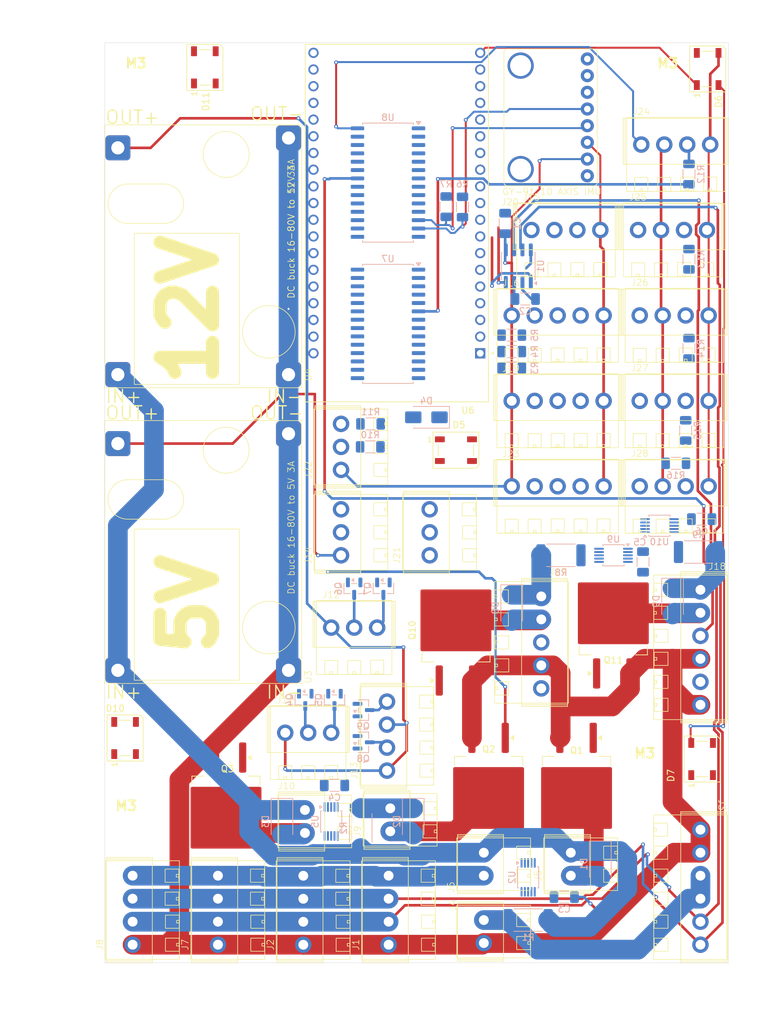
<source format=kicad_pcb>
(kicad_pcb (version 20241229) (generator "pcbnew") (generator_version "9.0")
  (layers (0 "F.Cu" signal) (2 "B.Cu" signal) (13 "F.Paste" user) (15 "B.Paste" user) (5 "F.SilkS" user "F.Silkscreen") (7 "B.SilkS" user "B.Silkscreen") (1 "F.Mask" user) (3 "B.Mask" user) (25 "Edge.Cuts" user))
  (net 0 "")
  (net 1 "GND")
  (net 2 "+3.3V")
  (net 3 "+5V")
  (net 4 "VBUS")
  (net 5 "Net-(D1-A)")
  (net 6 "Net-(D2-A)")
  (net 7 "Net-(D2-K)")
  (net 8 "Net-(D3-A)")
  (net 9 "Net-(D4-K)")
  (net 10 "Net-(D5-DOUT)")
  (net 11 "RGBLED_DIN")
  (net 12 "Net-(D6-DOUT)")
  (net 13 "Net-(D10-DIN)")
  (net 14 "Net-(D8-A)")
  (net 15 "Net-(D8-K)")
  (net 16 "Net-(D9-A)")
  (net 17 "Net-(D9-K)")
  (net 18 "Net-(D10-DOUT)")
  (net 20 "CANH")
  (net 21 "VBUS_CAN_FUSED")
  (net 22 "CANL")
  (net 23 "Net-(J3-Pin_3)")
  (net 24 "Net-(J11-Pin_2)")
  (net 25 "+12V")
  (net 26 "Net-(J11-Pin_3)")
  (net 27 "Net-(J12-Pin_3)")
  (net 28 "Net-(J12-Pin_2)")
  (net 29 "Net-(J13-Pin_2)")
  (net 30 "Net-(J13-Pin_4)")
  (net 31 "THROTTLE_INPUT")
  (net 32 "PAS_B")
  (net 33 "PAS_A")
  (net 34 "POT_SEATHEATER_A")
  (net 35 "POT_SEATDHEATER_X")
  (net 36 "POT_SEATHEATER_B")
  (net 37 "SEAT_INPUT")
  (net 39 "BRAKE_RIGHT_INPUT")
  (net 40 "BRAKE_LEFT_INPUT")
  (net 41 "POT_HANDHEATER_X")
  (net 42 "POT_HANDHEATER_A")
  (net 43 "POT_HANDHEATER_B")
  (net 44 "SDA")
  (net 48 "SCL")
  (net 50 "REVERSE_INPUT")
  (net 51 "FORWARD_INPUT")
  (net 52 "BROUILLARD_INPUT")
  (net 53 "Net-(J22-Pin_2)")
  (net 54 "POT_SPEED_X")
  (net 55 "POT_SPEED_A")
  (net 56 "POT_SPEED_B")
  (net 57 "Net-(J24-Pin_3)")
  (net 58 "MAP_INPUT")
  (net 59 "Net-(J25-Pin_3)")
  (net 60 "TRUNK_INPUT")
  (net 61 "DEFROST_INPUT")
  (net 62 "Net-(J26-Pin_3)")
  (net 63 "CABLIGHT_INPUT")
  (net 64 "Net-(J27-Pin_3)")
  (net 65 "Net-(J28-Pin_3)")
  (net 66 "WARNING_INPUT")
  (net 67 "AUXAUDIO_MOSFET_GATE")
  (net 68 "DEFROSTER_MOSFET_GATE")
  (net 69 "AUXUSB_MOSFET_GATE")
  (net 70 "BLINKER_LEFT_MOSFET_GATE")
  (net 71 "DRL_LEFT_MOSFET_GATE")
  (net 72 "BLINKER_RIGHT_MOSFET_GATE")
  (net 73 "DRL_RIGHT_MOSFET_GATE")
  (net 74 "INTERRIOR_LIGHT_MOSFET_GATE")
  (net 75 "LATCH_TRUNK_MOSFET_GATE")
  (net 76 "SEATHEATER_MOSFET_GATE")
  (net 77 "HANDHEATER_MOSFET_GATE")
  (net 78 "Net-(U6-IO15)")
  (net 79 "Net-(U6-IO2)")
  (net 80 "Net-(U6-IO0)")
  (net 81 "BROUILLARD_LED")
  (net 82 "MAP_LED")
  (net 83 "TRUNK_LED")
  (net 84 "DEFROST_LED")
  (net 85 "CABLIGHT_LED")
  (net 86 "WARNING_LED")
  (net 87 "CAN_S")
  (net 88 "CAN_TX")
  (net 89 "CAN_RX")
  (net 90 "POWERINPUT_ALERT")
  (net 91 "Defroster_ALERT")
  (net 96 "InterruptEXTGPIO")
  (net 111 "HANDHEATER_ALERT")
  (net 115 "SEATHEATER_ALERT")
  (footprint "velion_mainboard:15EDG-3P" (layer "F.Cu") (at 62 131.5)
    (property "Reference" "J12")
    (property "Value" "Conn_01x03")
  )
  (footprint "velion_mainboard:15EDG-5P" (layer "F.Cu") (at 89.5 84)
    (property "Reference" "J16")
    (property "Value" "Conn_01x05")
  )
  (footprint "velion_mainboard:15EDG-3P" (layer "F.Cu") (at 55 147.5)
    (property "Reference" "J11")
    (property "Value" "Conn_01x03")
  )
  (footprint "MountingHole:MountingHole_3.2mm_M3" (layer "F.Cu") (at 110 155 90)
    (property "Reference" "REF**" (hide yes))
    (property "Value" "MountingHole_3.2mm_M3" (hide yes))
  )
  (footprint "LED_SMD:LED_WS2812B_PLCC4_5.0x5.0mm_P3.2mm" (layer "F.Cu") (at 81 104.5)
    (property "Reference" "D5")
    (property "Value" "WS2812B")
  )
  (footprint "velion_mainboard:15EDG-4P" (layer "F.Cu") (at 57.75 179.7625 90)
    (property "Reference" "J2")
    (property "Value" "Conn_01x04" (hide yes))
  )
  (footprint "LED_SMD:LED_WS2812B_PLCC4_5.0x5.0mm_P3.2mm" (layer "F.Cu") (at 30.6 148.3 90)
    (property "Reference" "D10")
    (property "Value" "WS2812B")
  )
  (footprint "velion_mainboard:15EDG-6P" (layer "F.Cu") (at 118.25 162.25 -90)
    (property "Reference" "J3")
    (property "Value" "Conn_01x06")
  )
  (footprint "velion_mainboard:NMOS_80A" (layer "F.Cu") (at 81 131.9 90)
    (property "Reference" "Q10")
    (property "Value" "NMOS_80A")
  )
  (footprint "MountingHole:MountingHole_3.2mm_M3" (layer "F.Cu") (at 35 50 90)
    (property "Reference" "REF**" (hide yes))
    (property "Value" "MountingHole_3.2mm_M3" (hide yes))
  )
  (footprint "velion_mainboard:15EDG-4P" (layer "F.Cu") (at 108.75 71)
    (property "Reference" "J25")
    (property "Value" "Conn_01x04")
  )
  (footprint "velion_mainboard:15EDG-3P" (layer "F.Cu") (at 63.5 107.5 90)
    (property "Reference" "J22")
    (property "Value" "Conn_01x03")
  )
  (footprint "velion_mainboard:15EDG-4P" (layer "F.Cu") (at 109.2375 58)
    (property "Reference" "J24")
    (property "Value" "Conn_01x04")
  )
  (footprint "velion_mainboard:15EDG-2P" (layer "F.Cu") (at 58 162.75 90)
    (property "Reference" "J10")
    (property "Value" "Conn_01x02" (hide yes))
  )
  (footprint "LED_SMD:LED_WS2812B_PLCC4_5.0x5.0mm_P3.2mm" (layer "F.Cu") (at 119.35 46.5 90)
    (property "Reference" "D6")
    (property "Value" "WS2812B")
  )
  (footprint "velion_mainboard:15EDG-5P" (layer "F.Cu") (at 94 126.75 -90)
    (property "Reference" "J17")
    (property "Value" "Conn_01x05" (hide yes))
  )
  (footprint "velion_mainboard:15EDG-5P" (layer "F.Cu") (at 89.5 110)
    (property "Reference" "J23")
    (property "Value" "Conn_01x05")
  )
  (footprint "velion_mainboard:NMOS_80A" (layer "F.Cu") (at 104.975 130.825 90)
    (property "Reference" "Q11")
    (property "Value" "NMOS_80A")
  )
  (footprint "velion_mainboard:15EDG-4P" (layer "F.Cu") (at 44.75 179.75 90)
    (property "Reference" "J7")
    (property "Value" "Conn_01x04" (hide yes))
  )
  (footprint "velion_mainboard:15EDG-2P" (layer "F.Cu") (at 71 162.5 90)
    (property "Reference" "J9")
    (property "Value" "Conn_01x02" (hide yes))
  )
  (footprint "velion_mainboard:15EDG-4P" (layer "F.Cu") (at 70.5 153.2625 90)
    (property "Reference" "J13")
    (property "Value" "Conn_01x04")
  )
  (footprint "velion_mainboard:NMOS_80A" (layer "F.Cu") (at 45.975 158.925 -90)
    (property "Reference" "Q3")
    (property "Value" "NMOS_80A")
  )
  (footprint "velion_mainboard:15EDG-2P" (layer "F.Cu") (at 98.5 169.25 90)
    (property "Reference" "J5")
    (property "Value" "Conn_01x02" (hide yes))
  )
  (footprint "MountingHole:MountingHole_3.2mm_M3" (layer "F.Cu") (at 110 50 90)
    (property "Reference" "REF**" (hide yes))
    (property "Value" "MountingHole_3.2mm_M3" (hide yes))
  )
  (footprint "velion_mainboard:15EDG-4P" (layer "F.Cu") (at 92.5 71)
    (property "Reference" "J15")
    (property "Value" "Conn_01x04")
  )
  (footprint "velion_mainboard:NMOS_80A" (layer "F.Cu") (at 85.975 155.925 -90)
    (property "Reference" "Q2")
    (property "Value" "NMOS_80A")
  )
  (footprint "LED_SMD:LED_WS2812B_PLCC4_5.0x5.0mm_P3.2mm" (layer "F.Cu") (at 118.5 151.5 90)
    (property "Reference" "D7")
    (property "Value" "WS2812B")
  )
  (footprint "velion_mainboard:15EDG-4P" (layer "F.Cu") (at 109 97)
    (property "Reference" "J27")
    (property "Value" "Conn_01x04")
  )
  (footprint "velion_mainboard:15EDG-6P" (layer "F.Cu") (at 118.25 125.75 -90)
    (property "Reference" "J18")
    (property "Value" "Conn_01x06" (hide yes))
  )
  (footprint "velion_mainboard:15EDG-5P" (layer "F.Cu") (at 89.5 97)
    (property "Reference" "J19")
    (property "Value" "Conn_01x05")
  )
  (footprint "velion_mainboard:15EDG-4P" (layer "F.Cu") (at 31.75 179.75 90)
    (property "Reference" "J8")
    (property "Value" "Conn_01x04" (hide yes))
  )
  (footprint "velion_mainboard:15EDG-4P" (layer "F.Cu") (at 70.75 179.75 90)
    (property "Reference" "J1")
    (property "Value" "Conn_01x04" (hide yes))
  )
  (footprint "velion_mainboard:15EDG-4P" (layer "F.Cu") (at 109 110)
    (property "Reference" "J28")
    (property "Value" "Conn_01x04")
  )
  (footprint "LED_SMD:LED_WS2812B_PLCC4_5.0x5.0mm_P3.2mm" (layer "F.Cu") (at 42.75 46.25 90)
    (property "Reference" "D11")
    (property "Value" "WS2812B")
  )
  (footprint "velion_mainboard:GY-91" (layer "F.Cu") (at 100 62.75 90)
    (property "Reference" "J20")
    (property "Value" "Conn_01x08")
  )
  (footprint "velion_mainboard:MODULE_ESP32-DEVKITC-32D" (layer "F.Cu") (at 72 70 180)
    (property "Reference" "U6")
    (property "Value" "ESP32-DEVKITC-32D")
  )
  (footprint "velion_mainboard:15EDG-2P" (layer "F.Cu") (at 85.25 169.25 90)
    (property "Reference" "J6")
    (property "Value" "Conn_01x02" (hide yes))
  )
  (footprint "velion_mainboard:15EDG-3P" (layer "F.Cu") (at 63.5 120.5 90)
    (property "Reference" "J14")
    (property "Value" "Conn_01x03")
  )
  (footprint "velion_mainboard:BUCK12V" (layer "F.Cu") (at 42.5 75 90)
    (property "Reference" "U4")
    (property "Value" "~")
  )
  (footprint "velion_mainboard:BUCK5V" (layer "F.Cu") (at 42.5 120 90)
    (property "Reference" "U3")
    (property "Value" "~")
  )
  (footprint "MountingHole:MountingHole_3.2mm_M3" (layer "F.Cu") (at 35 155 90)
    (property "Reference" "REF**" (hide yes))
    (property "Value" "MountingHole_3.2mm_M3" (hide yes))
  )
  (footprint "velion_mainboard:15EDG-4P" (layer "F.Cu") (at 109 84)
    (property "Reference" "J26")
    (property "Value" "Conn_01x04")
  )
  (footprint "velion_mainboard:15EDG-3P" (layer "F.Cu") (at 77 120.5 90)
    (property "Reference" "J21")
    (property "Value" "Conn_01x03")
  )
  (footprint "velion_mainboard:15EDG-2P" (layer "F.Cu") (at 85.25 179.5 90)
    (property "Reference" "J4")
    (property "Value" "Conn_01x02" (hide yes))
  )
  (footprint "velion_mainboard:NMOS_80A" (layer "F.Cu") (at 99.375 155.925 -90)
    (property "Reference" "Q1")
    (property "Value" "NMOS_80A")
  )
  (footprint "Package_TO_SOT_SMD:SOT-23" (layer "B.Cu") (at 62.5 142.5 -90)
    (property "Reference" "Q5")
    (property "Value" "NMOS")
  )
  (footprint "Resistor_SMD:R_1206_3216Metric_Pad1.30x1.75mm_HandSolder" (layer "B.Cu") (at 82 67.5 -90)
    (property "Reference" "R6")
    (property "Value" "4k7")
  )
  (footprint "Resistor_SMD:R_1206_3216Metric_Pad1.30x1.75mm_HandSolder" (layer "B.Cu") (at 114.5 106.5)
    (property "Reference" "R16")
    (property "Value" "330 R")
  )
  (footprint "Resistor_SMD:R_1206_3216Metric_Pad1.30x1.75mm_HandSolder" (layer "B.Cu") (at 116.5 62.5 90)
    (property "Reference" "R12")
    (property "Value" "330 R")
  )
  (footprint "Diode_SMD:D_SMA" (layer "B.Cu") (at 74.5 161 -90)
    (property "Reference" "D2")
    (property "Value" "US1M")
  )
  (footprint "Diode_SMD:D_SMA" (layer "B.Cu") (at 54.5 161 -90)
    (property "Reference" "D3")
    (property "Value" "US1M")
  )
  (footprint "Diode_SMD:D_SMA" (layer "B.Cu") (at 89.5 128.5 -90)
    (property "Reference" "D8")
    (property "Value" "US1M")
  )
  (footprint "Diode_SMD:D_SMA" (layer "B.Cu") (at 103 167.5 -90)
    (property "Reference" "D1")
    (property "Value" "US1M")
  )
  (footprint "Resistor_SMD:R_2512_6332Metric_Pad1.40x3.35mm_HandSolder" (layer "B.Cu") (at 117.95 120 180)
    (property "Reference" "R9")
    (property "Value" "0.001 R")
  )
  (footprint "Resistor_SMD:R_1206_3216Metric_Pad1.30x1.75mm_HandSolder" (layer "B.Cu") (at 89.5 87 180)
    (property "Reference" "R5")
    (property "Value" "100R")
  )
  (footprint "Resistor_SMD:R_1206_3216Metric_Pad1.30x1.75mm_HandSolder" (layer "B.Cu") (at 116.5 89 90)
    (property "Reference" "R14")
    (property "Value" "330 R")
  )
  (footprint "Package_TO_SOT_SMD:SOT-23" (layer "B.Cu") (at 66.9375 148.95)
    (property "Reference" "Q8")
    (property "Value" "NMOS")
  )
  (footprint "Capacitor_SMD:C_1206_3216Metric_Pad1.33x1.80mm_HandSolder" (layer "B.Cu") (at 91.5625 81.5)
    (property "Reference" "C2")
    (property "Value" "100nF")
  )
  (footprint "Package_SO:VSSOP-10_3x3mm_P0.5mm" (layer "B.Cu") (at 62 161 -90)
    (property "Reference" "U5")
    (property "Value" "INA228")
  )
  (footprint "Capacitor_SMD:C_1206_3216Metric_Pad1.33x1.80mm_HandSolder" (layer "B.Cu") (at 62.5 155.5)
    (property "Reference" "C4")
    (property "Value" "100nF")
  )
  (footprint "Diode_SMD:D_SMA" (layer "B.Cu") (at 114 127.5 -90)
    (property "Reference" "D9")
    (property "Value" "US1M")
  )
  (footprint "Package_TO_SOT_SMD:SOT-23" (layer "B.Cu") (at 65.5 125.5625 -90)
    (property "Reference" "Q6")
    (property "Value" "NMOS")
  )
  (footprint "Resistor_SMD:R_2512_6332Metric_Pad1.40x3.35mm_HandSolder" (layer "B.Cu") (at 66.5 162 -90)
    (property "Reference" "R2")
    (property "Value" "0.001 R")
  )
  (footprint "Resistor_SMD:R_1206_3216Metric_Pad1.30x1.75mm_HandSolder" (layer "B.Cu") (at 116.5 75.45 90)
    (property "Reference" "R13")
    (property "Value" "330 R")
  )
  (footprint "Capacitor_SMD:C_1206_3216Metric_Pad1.33x1.80mm_HandSolder" (layer "B.Cu") (at 88.5 70 90)
    (property "Reference" "C1")
    (property "Value" "100nF")
  )
  (footprint "Resistor_SMD:R_1206_3216Metric_Pad1.30x1.75mm_HandSolder" (layer "B.Cu") (at 89.5 92 180)
    (property "Reference" "R3")
    (property "Value" "100R")
  )
  (footprint "Resistor_SMD:R_1206_3216Metric_Pad1.30x1.75mm_HandSolder" (layer "B.Cu") (at 116 101.5 90)
    (property "Reference" "R15")
    (property "Value" "330 R")
  )
  (footprint "Package_SO:SOIC-28W_7.5x17.9mm_P1.27mm" (layer "B.Cu") (at 70.65 63.785 180)
    (property "Reference" "U8")
    (property "Value" "MCP23017_SO")
  )
  (footprint "Resistor_SMD:R_1206_3216Metric_Pad1.30x1.75mm_HandSolder" (layer "B.Cu") (at 89.5 89.5 180)
    (property "Reference" "R4")
    (property "Value" "100R")
  )
  (footprint "Package_SO:SOIC-28W_7.5x17.9mm_P1.27mm" (layer "B.Cu") (at 70.65 85.285 180)
    (property "Reference" "U7")
    (property "Value" "MCP23017_SO")
  )
  (footprint "Capacitor_SMD:C_1206_3216Metric_Pad1.33x1.80mm_HandSolder" (layer "B.Cu") (at 118.4375 115)
    (property "Reference" "C6")
    (property "Value" "100nF")
  )
  (footprint "Package_TO_SOT_SMD:SOT-23" (layer "B.Cu") (at 58.05 142.5 -90)
    (property "Reference" "Q4")
    (property "Value" "NMOS")
  )
  (footprint "Package_SO:VSSOP-10_3x3mm_P0.5mm" (layer "B.Cu") (at 105 120.5 180)
    (property "Reference" "U9")
    (property "Value" "INA228")
  )
  (footprint "Capacitor_SMD:C_1206_3216Metric_Pad1.33x1.80mm_HandSolder" (layer "B.Cu") (at 97.5 172.5)
    (property "Reference" "C3")
    (property "Value" "100nF")
  )
  (footprint "Diode_SMD:D_SMA" (layer "B.Cu") (at 76.5 99.5 180)
    (property "Reference" "D4")
    (property "Value" "US1M")
  )
  (footprint "Package_SO:VSSOP-10_3x3mm_P0.5mm" (layer "B.Cu") (at 92 169.5 -90)
    (property "Reference" "U2")
    (property "Value" "INA228")
  )
  (footprint "Package_TO_SOT_SMD:SOT-23" (layer "B.Cu") (at 69.95 125.5625 -90)
    (property "Reference" "Q7")
    (property "Value" "NMOS")
  )
  (footprint "Resistor_SMD:R_1206_3216Metric_Pad1.30x1.75mm_HandSolder" (layer "B.Cu") (at 67.95 104 180)
    (property "Reference" "R10")
    (property "Value" "330 R")
  )
  (footprint "Capacitor_SMD:C_1206_3216Metric_Pad1.33x1.80mm_HandSolder" (layer "B.Cu") (at 109.5 121.5 -90)
    (property "Reference" "C5")
    (property "Value" "100nF")
  )
  (footprint "Resistor_SMD:R_1206_3216Metric_Pad1.30x1.75mm_HandSolder" (layer "B.Cu") (at 68 100.5 180)
    (property "Reference" "R11")
    (property "Value" "10 K")
  )
  (footprint "Package_TO_SOT_SMD:SOT-23" (layer "B.Cu") (at 66.9375 144.05)
    (property "Reference" "Q9")
    (property "Value" "NMOS")
  )
  (footprint "Resistor_SMD:R_1206_3216Metric_Pad1.30x1.75mm_HandSolder" (layer "B.Cu") (at 79.5 67.45 -90)
    (property "Reference" "R7")
    (property "Value" "4k7")
  )
  (footprint "Package_SO:VSSOP-10_3x3mm_P0.5mm" (layer "B.Cu") (at 112 116)
    (property "Reference" "U10")
    (property "Value" "INA228")
  )
  (footprint "Resistor_SMD:R_2512_6332Metric_Pad1.40x3.35mm_HandSolder" (layer "B.Cu") (at 92 176)
    (property "Reference" "R1")
    (property "Value" "0.001 R")
  )
  (footprint "Package_SO:SOIC-8_3.9x4.9mm_P1.27mm" (layer "B.Cu") (at 90.5 76.5 90)
    (property "Reference" "U1")
    (property "Value" "TJA1051T-3")
  )
  (footprint "Resistor_SMD:R_2512_6332Metric_Pad1.40x3.35mm_HandSolder" (layer "B.Cu") (at 97 120.5)
    (property "Reference" "R8")
    (property "Value" "0.001 R")
  )
  (gr_rect (start 27.5 42.5) (end 122.5 182.5) (stroke (width 0.05)) (fill no) (layer "Edge.Cuts"))
  (gr_text "M3" (at 111.5 46.5 0) (layer "F.SilkS") (effects (font (size 1.5 1.5) (thickness 0.3) (bold yes)) (justify left bottom)))
  (gr_text "M3" (at 30.5 46.5 0) (layer "F.SilkS") (effects (font (size 1.5 1.5) (thickness 0.3) (bold yes)) (justify left bottom)))
  (gr_text "M3" (at 29 159.5 0) (layer "F.SilkS") (effects (font (size 1.5 1.5) (thickness 0.3) (bold yes)) (justify left bottom)))
  (gr_text "M3" (at 108 151.5 0) (layer "F.SilkS") (effects (font (size 1.5 1.5) (thickness 0.3) (bold yes)) (justify left bottom)))
  (segment (start 85.84 137.25) (end 83.54 139.55) (width 3) (layer "F.Cu") (net 1))
  (segment (start 57.75 179.7625) (end 70.7375 179.7625) (width 3) (layer "F.Cu") (net 1))
  (segment (start 55.5 138) (end 43.435 150.065) (width 3) (layer "F.Cu") (net 1))
  (segment (start 103.5 175.5) (end 104.5 175.5) (width 0.4) (layer "F.Cu") (net 1))
  (segment (start 114 140.767766) (end 114 158) (width 3) (layer "F.Cu") (net 1))
  (segment (start 101.016 57.67) (end 103 59.654) (width 0.3) (layer "F.Cu") (net 1))
  (segment (start 121 46) (end 121 44.05) (width 0.4) (layer "F.Cu") (net 1))
  (segment (start 116.482234 143.25) (end 114 140.767766) (width 3) (layer "F.Cu") (net 1))
  (segment (start 43.435 150.065) (end 43.435 151.275) (width 3) (layer "F.Cu") (net 1))
  (segment (start 103.5 74) (end 103 73.5) (width 0.4) (layer "F.Cu") (net 1))
  (segment (start 103 59.654) (end 103 71) (width 0.3) (layer "F.Cu") (net 1))
  (segment (start 112.655 110) (end 112.7375 109.9175) (width 0.4) (layer "F.Cu") (net 1))
  (segment (start 112.5 84) (end 112.5 97) (width 0.4) (layer "F.Cu") (net 1))
  (segment (start 70.75 179.75) (end 85 179.75) (width 3) (layer "F.Cu") (net 1))
  (segment (start 104.5 175.5) (end 114.25 165.75) (width 3) (layer "F.Cu") (net 1))
  (segment (start 114 158) (end 118.25 162.25) (width 3) (layer "F.Cu") (net 1))
  (segment (start 55.76 83.26) (end 55.5 83) (width 0.4) (layer "F.Cu") (net 1))
  (segment (start 37 179.75) (end 44.75 179.75) (width 3) (layer "F.Cu") (net 1))
  (segment (start 31.75 179.75) (end 37 179.75) (width 3) (layer "F.Cu") (net 1))
  (segment (start 112.7375 70.5125) (end 112.25 71) (width 0.4) (layer "F.Cu") (net 1))
  (segment (start 119.7375 58) (end 119.7375 47.2625) (width 0.4) (layer "F.Cu") (net 1))
  (segment (start 104.79 143.5) (end 96.951 143.5) (width 3) (layer "F.Cu") (net 1))
  (segment (start 96.951 138.433234) (end 95.767766 137.25) (width 3) (layer "F.Cu") (net 1))
  (segment (start 114.25 165.75) (end 118.25 165.75) (width 3) (layer "F.Cu") (net 1))
  (segment (start 103 73.5) (end 103 71) (width 0.4) (layer "F.Cu") (net 1))
  (segment (start 119.5 110) (end 119.5 58.2375) (width 0.3) (layer "F.Cu") (net 1))
  (segment (start 119.7375 47.2625) (end 121 46) (width 0.4) (layer "F.Cu") (net 1))
  (segment (start 96.951 143.5) (end 96.951 138.433234) (width 3) (layer "F.Cu") (net 1))
  (segment (start 44.75 179.75) (end 57.7375 179.75) (width 3) (layer "F.Cu") (net 1))
  (segment (start 103.5 84) (end 103.5 74) (width 0.4) (layer "F.Cu") (net 1))
  (segment (start 107.515 140.775) (end 104.79 143.5) (width 3) (layer "F.Cu") (net 1))
  (segment (start 83.435 139.655) (end 83.54 139.55) (width 3) (layer "F.Cu") (net 1))
  (segment (start 119.7375 109.9175) (end 119.655 110) (width 0.4) (layer "F.Cu") (net 1))
  (segment (start 38.874 177.876) (end 38.874 154.626) (width 3) (layer "F.Cu") (net 1))
  (segment (start 95.767766 137.25) (end 94 137.25) (width 3) (layer "F.Cu") (net 1))
  (segment (start 103.5 110) (end 103.5 84) (width 0.4) (layer "F.Cu") (net 1))
  (segment (start 112.25 58.4875) (end 112.7375 58) (width 0.4) (layer "F.Cu") (net 1))
  (segment (start 112.25 83.75) (end 112.5 84) (width 0.4) (layer "F.Cu") (net 1))
  (segment (start 57.7375 179.75) (end 57.75 179.7625) (width 3) (layer "F.Cu") (net 1))
  (segment (start 118.25 162.25) (end 118.25 165.75) (width 3) (layer "F.Cu") (net 1))
  (segment (start 119.5 58.2375) (end 119.7375 58) (width 0.3) (layer "F.Cu") (net 1))
  (segment (start 114 140.767766) (end 114 136.25) (width 3) (layer "F.Cu") (net 1))
  (segment (start 96.835 148.275) (end 96.951 148.159) (width 3) (layer "F.Cu") (net 1))
  (segment (start 114 136.25) (end 109.74 136.25) (width 3) (layer "F.Cu") (net 1))
  (segment (start 70.7375 179.7625) (end 70.75 179.75) (width 3) (layer "F.Cu") (net 1))
  (segment (start 94 137.25) (end 85.84 137.25) (width 3) (layer "F.Cu") (net 1))
  (segment (start 109.74 136.25) (end 107.515 138.475) (width 3) (layer "F.Cu") (net 1))
  (segment (start 101.5 173.5) (end 103.5 175.5) (width 0.4) (layer "F.Cu") (net 1))
  (segment (start 100.5 179.5) (end 104.5 175.5) (width 3) (layer "F.Cu") (net 1))
  (segment (start 107.515 138.475) (end 107.515 140.775) (width 3) (layer "F.Cu") (net 1))
  (segment (start 85 179.75) (end 85.25 179.5) (width 3) (layer "F.Cu") (net 1))
  (segment (start 118.25 136.25) (end 114 136.25) (width 3) (layer "F.Cu") (net 1))
  (segment (start 83.435 148.275) (end 83.435 139.655) (width 3) (layer "F.Cu") (net 1))
  (segment (start 112.5 97) (end 112.5 110) (width 0.4) (layer "F.Cu") (net 1))
  (segment (start 85.25 179.5) (end 100.5 179.5) (width 3) (layer "F.Cu") (net 1))
  (segment (start 37 179.75) (end 38.874 177.876) (width 3) (layer "F.Cu") (net 1))
  (segment (start 112.25 71) (end 112.25 83.75) (width 0.4) (layer "F.Cu") (net 1))
  (segment (start 118.25 143.25) (end 116.482234 143.25) (width 3) (layer "F.Cu") (net 1))
  (segment (start 38.874 154.626) (end 43.435 150.065) (width 3) (layer "F.Cu") (net 1))
  (segment (start 112.25 71) (end 112.25 58.4875) (width 0.4) (layer "F.Cu") (net 1))
  (segment (start 96.951 148.159) (end 96.951 143.5) (width 3) (layer "F.Cu") (net 1))
  (via (at 101.5 173.5) (size 0.6) (drill 0.3) (layers "F.Cu" "B.Cu") (net 1))
  (via (at 55.5 83) (size 0.6) (drill 0.3) (layers "F.Cu" "B.Cu") (net 1))
  (segment (start 91.135 80.135) (end 92.5 81.5) (width 0.4) (layer "B.Cu") (net 1))
  (segment (start 91.135 78.975) (end 91.135 80.135) (width 0.4) (layer "B.Cu") (net 1))
  (segment (start 55.5 57) (end 55.5 83) (width 3) (layer "B.Cu") (net 1))
  (segment (start 55.5 83) (end 55.5 138) (width 3) (layer "B.Cu") (net 1))
  (segment (start 92.5 81.5) (end 93.125 81.5) (width 0.4) (layer "B.Cu") (net 1))
  (segment (start 99.0625 172.5) (end 100.5 172.5) (width 0.4) (layer "B.Cu") (net 1))
  (segment (start 100.5 172.5) (end 101.5 173.5) (width 0.4) (layer "B.Cu") (net 1))
  (segment (start 93.75 60.5) (end 93.75 64.75) (width 0.3) (layer "F.Cu") (net 2))
  (segment (start 89.5 69) (end 89.5 76) (width 0.3) (layer "F.Cu") (net 2))
  (segment (start 89.5 84) (end 89.5 110) (width 0.4) (layer "F.Cu") (net 2))
  (segment (start 88.5 76) (end 89.5 76) (width 0.4) (layer "F.Cu") (net 2))
  (segment (start 89.5 84) (end 89.5 76) (width 0.4) (layer "F.Cu") (net 2))
  (segment (start 93.75 64.75) (end 89.5 69) (width 0.3) (layer "F.Cu") (net 2))
  (via (at 88.5 76) (size 0.6) (drill 0.3) (layers "F.Cu" "B.Cu") (net 2))
  (via (at 93.75 60.5) (size 0.6) (drill 0.3) (layers "F.Cu" "B.Cu") (net 2))
  (segment (start 89.5 110) (end 66 110) (width 0.4) (layer "B.Cu") (net 2))
  (segment (start 66 110) (end 63.5 107.5) (width 0.4) (layer "B.Cu") (net 2))
  (segment (start 88.5 76) (end 88.5 74.12) (width 0.4) (layer "B.Cu") (net 2))
  (segment (start 101.016 60.21) (end 94.04 60.21) (width 0.3) (layer "B.Cu") (net 2))
  (segment (start 88.5 74.12) (end 88.595 74.025) (width 0.4) (layer "B.Cu") (net 2))
  (segment (start 94.04 60.21) (end 93.75 60.5) (width 0.3) (layer "B.Cu") (net 2))
  (segment (start 88.5 73.93) (end 88.595 74.025) (width 0.4) (layer "B.Cu") (net 2))
  (segment (start 88.5 71.5625) (end 88.5 73.93) (width 0.4) (layer "B.Cu") (net 2))
  (segment (start 54.54 95.96) (end 59.5 95.96) (width 0.4) (layer "F.Cu") (net 3))
  (segment (start 59.5 120) (end 59.5 95.96) (width 0.4) (layer "F.Cu") (net 3))
  (segment (start 60 120.5) (end 59.5 120) (width 0.4) (layer "F.Cu") (net 3))
  (segment (start 85.48 43.26) (end 84.7 44.04) (width 0.3) (layer "F.Cu") (net 3))
  (segment (start 47 103.5) (end 54.54 95.96) (width 0.4) (layer "F.Cu") (net 3))
  (segment (start 117.7 48.95) (end 112.01 43.26) (width 0.3) (layer "F.Cu") (net 3))
  (segment (start 29.5 103.5) (end 47 103.5) (width 0.4) (layer "F.Cu") (net 3))
  (segment (start 112.01 43.26) (end 85.48 43.26) (width 0.3) (layer "F.Cu") (net 3))
  (via (at 60 120.5) (size 0.6) (drill 0.3) (layers "F.Cu" "B.Cu") (net 3))
  (segment (start 89.865 78.975) (end 89.865 81.365) (width 0.4) (layer "B.Cu") (net 3))
  (segment (start 89.865 81.365) (end 90 81.5) (width 0.4) (layer "B.Cu") (net 3))
  (segment (start 63.5 120.5) (end 60 120.5) (width 0.4) (layer "B.Cu") (net 3))
  (segment (start 72.925516 165.951) (end 73.174516 166.2) (width 3) (layer "B.Cu") (net 4))
  (segment (start 29.5 138) (end 49.5 158) (width 3) (layer "B.Cu") (net 4))
  (segment (start 49.5 158) (end 50.75 159.25) (width 3) (layer "B.Cu") (net 4))
  (segment (start 35 110.5) (end 35 98.5) (width 3) (layer "B.Cu") (net 4))
  (segment (start 53.174517 166.2) (end 49.5 162.525483) (width 3) (layer "B.Cu") (net 4))
  (segment (start 98.75 165.5) (end 98.5 165.75) (width 3) (layer "B.Cu") (net 4))
  (segment (start 96.1 177.05) (end 101.349138 177.05) (width 3) (layer "B.Cu") (net 4))
  (segment (start 107.1 166.6) (end 106 165.5) (width 3) (layer "B.Cu") (net 4))
  (segment (start 59.075483 166.2) (end 53.174517 166.2) (width 3) (layer "B.Cu") (net 4))
  (segment (start 29.5 138) (end 29.5 116) (width 3) (layer "B.Cu") (net 4))
  (segment (start 75.825484 166.2) (end 76.275484 165.75) (width 3) (layer "B.Cu") (net 4))
  (segment (start 67.401 165.951) (end 72.925516 165.951) (width 3) (layer "B.Cu") (net 4))
  (segment (start 73.174516 166.2) (end 75.825484 166.2) (width 3) (layer "B.Cu") (net 4))
  (segment (start 49.5 162.525483) (end 49.5 158) (width 3) (layer "B.Cu") (net 4))
  (segment (start 101.349138 177.05) (end 107.1 171.299138) (width 3) (layer "B.Cu") (net 4))
  (segment (start 87.5 163.5) (end 96.25 163.5) (width 3) (layer "B.Cu") (net 4))
  (segment (start 67.401 165.951) (end 59.324484 165.951) (width 3) (layer "B.Cu") (net 4))
  (segment (start 103 165.5) (end 98.75 165.5) (width 3) (layer "B.Cu") (net 4))
  (segment (start 107.1 171.299138) (end 107.1 166.6) (width 3) (layer "B.Cu") (net 4))
  (segment (start 76.275484 165.75) (end 85.25 165.75) (width 3) (layer "B.Cu") (net 4))
  (segment (start 85.25 165.75) (end 87.5 163.5) (width 3) (layer "B.Cu") (net 4))
  (segment (start 66.5 165.05) (end 67.401 165.951) (width 3) (layer "B.Cu") (net 4))
  (segment (start 29.5 93) (end 35 98.5) (width 3) (layer "B.Cu") (net 4))
  (segment (start 95.05 176) (end 96.1 177.05) (width 3) (layer "B.Cu") (net 4))
  (segment (start 96.25 163.5) (end 98.5 165.75) (width 3) (layer "B.Cu") (net 4))
  (segment (start 59.324484 165.951) (end 59.075483 166.2) (width 3) (layer "B.Cu") (net 4))
  (segment (start 29.5 116) (end 35 110.5) (width 3) (layer "B.Cu") (net 4))
  (segment (start 106 165.5) (end 103 165.5) (width 3) (layer "B.Cu") (net 4))
  (segment (start 50.75 159.25) (end 58 159.25) (width 3) (layer "B.Cu") (net 4))
  (segment (start 98.5 169.25) (end 100.75 169.25) (width 3) (layer "F.Cu") (net 5))
  (segment (start 102 160.05) (end 102 168) (width 3) (layer "F.Cu") (net 5))
  (segment (start 99.375 157.425) (end 102 160.05) (width 3) (layer "F.Cu") (net 5))
  (segment (start 100.75 169.25) (end 102 168) (width 3) (layer "F.Cu") (net 5))
  (segment (start 102.75 169.25) (end 103 169.5) (width 3) (layer "B.Cu") (net 5))
  (segment (start 98.5 169.25) (end 102.75 169.25) (width 3) (layer "B.Cu") (net 5))
  (segment (start 85.975 157.425) (end 80.9 162.5) (width 3) (layer "F.Cu") (net 6))
  (segment (start 80.9 162.5) (end 71 162.5) (width 3) (layer "F.Cu") (net 6))
  (segment (start 71 162.5) (end 74 162.5) (width 3) (layer "B.Cu") (net 6))
  (segment (start 74 162.5) (end 74.5 163) (width 3) (layer "B.Cu") (net 6))
  (segment (start 66.55 159) (end 66.5 158.95) (width 3) (layer "B.Cu") (net 7))
  (segment (start 74.5 159) (end 66.55 159) (width 3) (layer "B.Cu") (net 7))
  (segment (start 45.975 160.425) (end 48.3 162.75) (width 3) (layer "F.Cu") (net 8))
  (segment (start 48.3 162.75) (end 58 162.75) (width 3) (layer "F.Cu") (net 8))
  (segment (start 54.5 163) (end 57.75 163) (width 3) (layer "B.Cu") (net 8))
  (segment (start 57.75 163) (end 58 162.75) (width 3) (layer "B.Cu") (net 8))
  (segment (start 121.849 122.099) (end 121.849 146.5) (width 0.3) (layer "F.Cu") (net 12))
  (segment (start 121.849 49.799) (end 121.849 85.901) (width 0.3) (layer "F.Cu") (net 12))
  (segment (start 116.75 146.5) (end 116.75 148.95) (width 0.3) (layer "F.Cu") (net 12))
  (segment (start 121.75 106.5) (end 121.5 106.75) (width 0.3) (layer "F.Cu") (net 12))
  (segment (start 116.75 148.95) (end 116.85 149.05) (width 0.3) (layer "F.Cu") (net 12))
  (segment (start 121 48.95) (end 121.849 49.799) (width 0.3) (layer "F.Cu") (net 12))
  (segment (start 121.5 106.75) (end 121.701 106.951) (width 0.3) (layer "F.Cu") (net 12))
  (segment (start 121.849 146.5) (end 121.7 146.5) (width 0.3) (layer "F.Cu") (net 12))
  (segment (start 121.701 106.951) (end 121.701 121.049) (width 0.3) (layer "F.Cu") (net 12))
  (segment (start 121.849 85.901) (end 121.75 86) (width 0.3) (layer "F.Cu") (net 12))
  (segment (start 121.75 86) (end 121.75 106.5) (width 0.3) (layer "F.Cu") (net 12))
  (segment (start 121.25 121.5) (end 121.849 122.099) (width 0.3) (layer "F.Cu") (net 12))
  (segment (start 121.701 121.049) (end 121.25 121.5) (width 0.3) (layer "F.Cu") (net 12))
  (via (at 121.7 146.5) (size 0.6) (drill 0.3) (layers "F.Cu" "B.Cu") (net 12))
  (via (at 116.75 146.5) (size 0.6) (drill 0.3) (layers "F.Cu" "B.Cu") (net 12))
  (segment (start 121.7 146.5) (end 116.75 146.5) (width 0.3) (layer "B.Cu") (net 12))
  (segment (start 93.85 130.4) (end 94 130.25) (width 3) (layer "F.Cu") (net 14))
  (segment (start 81 130.4) (end 93.85 130.4) (width 3) (layer "F.Cu") (net 14))
  (segment (start 94 130.25) (end 89.75 130.25) (width 3) (layer "B.Cu") (net 14))
  (segment (start 89.75 130.25) (end 89.5 130.5) (width 3) (layer "B.Cu") (net 14))
  (segment (start 93.75 126.5) (end 94 126.75) (width 3) (layer "B.Cu") (net 15))
  (segment (start 89.5 126.5) (end 93.75 126.5) (width 3) (layer "B.Cu") (net 15))
  (segment (start 94 120.55) (end 93.95 120.5) (width 3) (layer "B.Cu") (net 15))
  (segment (start 94 126.75) (end 94 120.55) (width 3) (layer "B.Cu") (net 15))
  (segment (start 118.122 129.325) (end 118.197 129.25) (width 3) (layer "F.Cu") (net 16))
  (segment (start 104.975 129.325) (end 118.122 129.325) (width 3) (layer "F.Cu") (net 16))
  (segment (start 114.25 129.25) (end 114 129.5) (width 3) (layer "B.Cu") (net 16))
  (segment (start 118.25 129.25) (end 114.25 129.25) (width 3) (layer "B.Cu") (net 16))
  (segment (start 118 125.5) (end 118.25 125.75) (width 3) (layer "B.Cu") (net 17))
  (segment (start 120.499 123.501) (end 120.499 120) (width 3) (layer "B.Cu") (net 17))
  (segment (start 118.25 125.75) (end 120.499 123.501) (width 3) (layer "B.Cu") (net 17))
  (segment (start 114 125.5) (end 118 125.5) (width 3) (layer "B.Cu") (net 17))
  (segment (start 109.5 164.5) (end 101.85 172.15) (width 0.4) (layer "F.Cu") (net 20))
  (segment (start 120.901 79.079817) (end 120.901 67.977099) (width 0.4) (layer "F.Cu") (net 20))
  (segment (start 121.299 122.326818) (end 120.45 121.477818) (width 0.4) (layer "F.Cu") (net 20))
  (segment (start 121.299 145.840339) (end 121.299 122.326818) (width 0.4) (layer "F.Cu") (net 20))
  (segment (start 121.151 116.071182) (end 121.151 107.178818) (width 0.4) (layer "F.Cu") (net 20))
  (segment (start 100.85 172.15) (end 100.25 172.75) (width 0.4) (layer "F.Cu") (net 20))
  (segment (start 120.95 106.977818) (end 120.95 98.022182) (width 0.4) (layer "F.Cu") (net 20))
  (segment (start 101.85 172.15) (end 100.85 172.15) (width 0.4) (layer "F.Cu") (net 20))
  (segment (start 120.901 67.977099) (end 120.55 67.626099) (width 0.4) (layer "F.Cu") (net 20))
  (segment (start 120.45 116.772182) (end 121.151 116.071182) (width 0.4) (layer "F.Cu") (net 20))
  (segment (start 100.25 172.75) (end 70.75 172.75) (width 0.4) (layer "F.Cu") (net 20))
  (segment (start 120.95 146.810661) (end 120.95 146.189339) (width 0.4) (layer "F.Cu") (net 20))
  (segment (start 120.95 146.189339) (end 121.299 145.840339) (width 0.4) (layer "F.Cu") (net 20))
  (segment (start 121.151 107.178818) (end 120.95 106.977818) (width 0.4) (layer "F.Cu") (net 20))
  (segment (start 111.5 173) (end 111.5 172.5) (width 0.4) (layer "F.Cu") (net 20))
  (segment (start 121.601 147.461661) (end 120.95 146.810661) (width 0.4) (layer "F.Cu") (net 20))
  (segment (start 121.2 97.772182) (end 121.2 79.378817) (width 0.4) (layer "F.Cu") (net 20))
  (segment (start 118.25 179.75) (end 111.5 173) (width 0.4) (layer "F.Cu") (net 20))
  (segment (start 118.25 179.75) (end 121.601 176.399) (width 0.4) (layer "F.Cu") (net 20))
  (segment (start 120.95 98.022182) (end 121.2 97.772182) (width 0.4) (layer "F.Cu") (net 20))
  (segment (start 121.601 176.399) (end 121.601 147.461661) (width 0.4) (layer "F.Cu") (net 20))
  (segment (start 120.45 121.477818) (end 120.45 116.772182) (width 0.4) (layer "F.Cu") (net 20))
  (segment (start 121.2 79.378817) (end 120.901 79.079817) (width 0.4) (layer "F.Cu") (net 20))
  (via (at 111.5 172.5) (size 0.6) (drill 0.3) (layers "F.Cu" "B.Cu") (net 20))
  (via (at 120.55 67.626099) (size 0.6) (drill 0.3) (layers "F.Cu" "B.Cu") (net 20))
  (via (at 109.5 164.5) (size 0.6) (drill 0.3) (layers "F.Cu" "B.Cu") (net 20))
  (segment (start 91.135 74.025) (end 90.835 73.725) (width 0.4) (layer "B.Cu") (net 20))
  (segment (start 90.835 73.725) (end 90.835 70.330133) (width 0.4) (layer "B.Cu") (net 20))
  (segment (start 93.665133 67.5) (end 120.423901 67.5) (width 0.4) (layer "B.Cu") (net 20))
  (segment (start 111.5 172.5) (end 109.5 170.5) (width 0.4) (layer "B.Cu") (net 20))
  (segment (start 109.5 170.5) (end 109.5 164.5) (width 0.4) (layer "B.Cu") (net 20))
  (segment (start 90.835 70.330133) (end 93.665133 67.5) (width 0.4) (layer "B.Cu") (net 20))
  (segment (start 31.75 172.75) (end 70.75 172.75) (width 3) (layer "B.Cu") (net 20))
  (segment (start 120.423901 67.5) (end 120.55 67.626099) (width 0.4) (layer "B.Cu") (net 20))
  (segment (start 44.75 169.25) (end 51.696205 169.25) (width 3) (layer "B.Cu") (net 21))
  (segment (start 60.538466 169.2625) (end 68.708704 169.2625) (width 3) (layer "B.Cu") (net 21))
  (segment (start 77.150968 169.4) (end 77.300967 169.25) (width 3) (layer "B.Cu") (net 21))
  (segment (start 60.398966 169.402) (end 60.538466 169.2625) (width 3) (layer "B.Cu") (net 21))
  (segment (start 77.300967 169.25) (end 85.25 169.25) (width 3) (layer "B.Cu") (net 21))
  (segment (start 51.696205 169.25) (end 51.848205 169.402) (width 3) (layer "B.Cu") (net 21))
  (segment (start 57.75 169.402) (end 60.398966 169.402) (width 3) (layer "B.Cu") (net 21))
  (segment (start 68.846204 169.4) (end 77.150968 169.4) (width 3) (layer "B.Cu") (net 21))
  (segment (start 31.75 169.25) (end 44.75 169.25) (width 3) (layer "B.Cu") (net 21))
  (segment (start 51.848205 169.402) (end 57.770647 169.402) (width 3) (layer "B.Cu") (net 21))
  (segment (start 68.708704 169.2625) (end 68.846204 169.4) (width 3) (layer "B.Cu") (net 21))
  (segment (start 121 173.5) (end 121 147.709189) (width 0.4) (layer "F.Cu") (net 22))
  (segment (start 118.25 176.25) (end 121 173.5) (width 0.4) (layer "F.Cu") (net 22))
  (segment (start 119.85 121.726346) (end 119.85 112.684867) (width 0.4) (layer "F.Cu") (net 22))
  (segment (start 113.5 171.5) (end 113.5 171) (width 0.4) (layer "F.Cu") (net 22))
  (segment (start 110 166) (end 110.25 166) (width 0.4) (layer "F.Cu") (net 22))
  (segment (start 120.699 145.591811) (end 120.699 122.575346) (width 0.4) (layer "F.Cu") (net 22))
  (segment (start 117.599 70.316133) (end 118 69.915133) (width 0.4) (layer "F.Cu") (net 22))
  (segment (start 120.699 122.575346) (end 119.85 121.726346) (width 0.4) (layer "F.Cu") (net 22))
  (segment (start 100.189339 173.75) (end 101.189339 172.75) (width 0.4) (layer "F.Cu") (net 22))
  (segment (start 121 147.709189) (end 120.35 147.059189) (width 0.4) (layer "F.Cu") (net 22))
  (segment (start 120.35 147.059189) (end 120.35 145.940811) (width 0.4) (layer "F.Cu") (net 22))
  (segment (start 73.25 173.75) (end 100.189339 173.75) (width 0.4) (layer "F.Cu") (net 22))
  (segment (start 118 72.084867) (end 117.599 71.683867) (width 0.4) (layer "F.Cu") (net 22))
  (segment (start 117.849 110.683867) (end 117.849 83.316133) (width 0.4) (layer "F.Cu") (net 22))
  (segment (start 101.189339 172.75) (end 103.25 172.75) (width 0.4) (layer "F.Cu") (net 22))
  (segment (start 120.35 145.940811) (end 120.699 145.591811) (width 0.4) (layer "F.Cu") (net 22))
  (segment (start 103.25 172.75) (end 110 166) (width 0.4) (layer "F.Cu") (net 22))
  (segment (start 70.75 176.25) (end 73.25 173.75) (width 0.4) (layer "F.Cu") (net 22))
  (segment (start 118 69.915133) (end 118 66.5) (width 0.4) (layer "F.Cu") (net 22))
  (segment (start 119.85 112.684867) (end 117.849 110.683867) (width 0.4) (layer "F.Cu") (net 22))
  (segment (start 117.849 83.316133) (end 118 83.165133) (width 0.4) (layer "F.Cu") (net 22))
  (segment (start 118.25 176.25) (end 113.5 171.5) (width 0.4) (layer "F.Cu") (net 22))
  (segment (start 117.599 71.683867) (end 117.599 70.316133) (width 0.4) (layer "F.Cu") (net 22))
  (segment (start 118 83.165133) (end 118 72.084867) (width 0.4) (layer "F.Cu") (net 22))
  (via (at 113.5 171) (size 0.6) (drill 0.3) (layers "F.Cu" "B.Cu") (net 22))
  (via (at 110.25 166) (size 0.6) (drill 0.3) (layers "F.Cu" "B.Cu") (net 22))
  (via (at 118 66.5) (size 0.6) (drill 0.3) (layers "F.Cu" "B.Cu") (net 22))
  (segment (start 93 66.5) (end 89.865 69.635) (width 0.4) (layer "B.Cu") (net 22))
  (segment (start 113.5 171) (end 110.1 167.6) (width 0.4) (layer "B.Cu") (net 22))
  (segment (start 110.1 166.15) (end 110.25 166) (width 0.4) (layer "B.Cu") (net 22))
  (segment (start 70.75 176.25) (end 31.75 176.25) (width 3) (layer "B.Cu") (net 22))
  (segment (start 118 66.5) (end 93 66.5) (width 0.4) (layer "B.Cu") (net 22))
  (segment (start 110.1 167.6) (end 110.1 166.15) (width 0.4) (layer "B.Cu") (net 22))
  (segment (start 89.865 69.635) (end 89.865 74.025) (width 0.4) (layer "B.Cu") (net 22))
  (segment (start 93.449 180.499) (end 88.95 176) (width 3) (layer "B.Cu") (net 23))
  (segment (start 118.25 172.75) (end 118.25 169.25) (width 3) (layer "B.Cu") (net 23))
  (segment (start 108.733234 180.499) (end 93.449 180.499) (width 3) (layer "B.Cu") (net 23))
  (segment (start 118.25 172.75) (end 116.482234 172.75) (width 3) (layer "B.Cu") (net 23))
  (segment (start 116.482234 172.75) (end 108.733234 180.499) (width 3) (layer "B.Cu") (net 23))
  (segment (start 85.25 176) (end 88.95 176) (width 3) (layer "B.Cu") (net 23))
  (segment (start 58.05 147.05) (end 58.5 147.5) (width 0.4) (layer "B.Cu") (net 24))
  (segment (start 58.05 143.4375) (end 58.05 147.05) (width 0.4) (layer "B.Cu") (net 24))
  (segment (start 73.5 146) (end 73 145.5) (width 0.4) (layer "F.Cu") (net 25))
  (segment (start 73.5 150.2625) (end 73.5 146) (width 0.4) (layer "F.Cu") (net 25))
  (segment (start 39 54) (end 34.5 58.5) (width 0.4) (layer "F.Cu") (net 25))
  (segment (start 70.5 153.2625) (end 73.5 150.2625) (width 0.4) (layer "F.Cu") (net 25))
  (segment (start 34.5 58.5) (end 29.5 58.5) (width 0.4) (layer "F.Cu") (net 25))
  (segment (start 57 54) (end 39 54) (width 0.4) (layer "F.Cu") (net 25))
  (segment (start 73 145.5) (end 73 134.5) (width 0.4) (layer "F.Cu") (net 25))
  (segment (start 55 153) (end 55 147.5) (width 0.4) (layer "F.Cu") (net 25))
  (via (at 55 153) (size 0.6) (drill 0.3) (layers "F.Cu" "B.Cu") (net 25))
  (via (at 57 54) (size 0.6) (drill 0.3) (layers "F.Cu" "B.Cu") (net 25))
  (via (at 73 134.5) (size 0.6) (drill 0.3) (layers "F.Cu" "B.Cu") (net 25))
  (via (at 73.5 146) (size 0.6) (drill 0.3) (layers "F.Cu" "B.Cu") (net 25))
  (segment (start 58.319 127.819) (end 58.319 55.319) (width 0.4) (layer "B.Cu") (net 25))
  (segment (start 65 134.5) (end 62 131.5) (width 0.4) (layer "B.Cu") (net 25))
  (segment (start 73.2375 146.2625) (end 73.5 146) (width 0.4) (layer "B.Cu") (net 25))
  (segment (start 62 131.5) (end 58.319 127.819) (width 0.4) (layer "B.Cu") (net 25))
  (segment (start 70.5 153.2625) (end 55.2625 153.2625) (width 0.4) (layer "B.Cu") (net 25))
  (segment (start 73 134.5) (end 65 134.5) (width 0.4) (layer "B.Cu") (net 25))
  (segment (start 70.5 146.2625) (end 73.2375 146.2625) (width 0.4) (layer "B.Cu") (net 25))
  (segment (start 58.319 55.319) (end 57 54) (width 0.4) (layer "B.Cu") (net 25))
  (segment (start 55.2625 153.2625) (end 55 153) (width 0.4) (layer "B.Cu") (net 25))
  (segment (start 62.5 143.4375) (end 62.5 147) (width 0.4) (layer "B.Cu") (net 26))
  (segment (start 62.5 147) (end 62 147.5) (width 0.4) (layer "B.Cu") (net 26))
  (segment (start 69.95 126.5) (end 69.95 130.55) (width 0.4) (layer "B.Cu") (net 27))
  (segment (start 69.95 130.55) (end 69 131.5) (width 0.4) (layer "B.Cu") (net 27))
  (segment (start 65.5 131.5) (end 65.5 126.5) (width 0.4) (layer "B.Cu") (net 28))
  (segment (start 69.6875 148.95) (end 70.5 149.7625) (width 0.4) (layer "B.Cu") (net 29))
  (segment (start 67.875 148.95) (end 69.6875 148.95) (width 0.4) (layer "B.Cu") (net 29))
  (segment (start 67.875 144.05) (end 69.2125 144.05) (width 0.4) (layer "B.Cu") (net 30))
  (segment (start 69.2125 144.05) (end 70.5 142.7625) (width 0.4) (layer "B.Cu") (net 30))
  (segment (start 118.75 121.474874) (end 118.75 113) (width 0.4) (layer "F.Cu") (net 40))
  (segment (start 120.099 130.901) (end 120.099 122.823874) (width 0.4) (layer "F.Cu") (net 40))
  (segment (start 120.099 122.823874) (end 118.75 121.474874) (width 0.4) (layer "F.Cu") (net 40))
  (segment (start 118.25 132.75) (end 120.099 130.901) (width 0.4) (layer "F.Cu") (net 40))
  (segment (start 61 110.75) (end 61 63.25) (width 0.4) (layer "F.Cu") (net 40))
  (via (at 118.75 113) (size 0.6) (drill 0.3) (layers "F.Cu" "B.Cu") (net 40))
  (via (at 61 110.75) (size 0.6) (drill 0.3) (layers "F.Cu" "B.Cu") (net 40))
  (via (at 61 63.25) (size 0.6) (drill 0.3) (layers "F.Cu" "B.Cu") (net 40))
  (segment (start 118.75 113) (end 117.599 111.849) (width 0.4) (layer "B.Cu") (net 40))
  (segment (start 62.099 111.849) (end 61 110.75) (width 0.4) (layer "B.Cu") (net 40))
  (segment (start 117.599 111.849) (end 62.099 111.849) (width 0.4) (layer "B.Cu") (net 40))
  (segment (start 61.85 63.15) (end 66 63.15) (width 0.4) (layer "B.Cu") (net 40))
  (segment (start 61 63.25) (end 61.75 63.25) (width 0.4) (layer "B.Cu") (net 40))
  (segment (start 61.75 63.25) (end 61.85 63.15) (width 0.4) (layer "B.Cu") (net 40))
  (segment (start 82.5 70) (end 82 70.5) (width 0.3) (layer "F.Cu") (net 44))
  (segment (start 82.5 54.25) (end 82.5 70) (width 0.3) (layer "F.Cu") (net 44))
  (via (at 82 70.5) (size 0.6) (drill 0.3) (layers "F.Cu" "B.Cu") (net 44))
  (via (at 82.5 54.25) (size 0.6) (drill 0.3) (layers "F.Cu" "B.Cu") (net 44))
  (segment (start 80.21005 71.45) (end 79.53005 70.77) (width 0.3) (layer "B.Cu") (net 44))
  (segment (start 88.75 53) (end 83.75 53) (width 0.3) (layer "B.Cu") (net 44))
  (segment (start 101.016 52.59) (end 89.16 52.59) (width 0.3) (layer "B.Cu") (net 44))
  (segment (start 83.75 53) (end 82.5 54.25) (width 0.3) (layer "B.Cu") (net 44))
  (segment (start 82 70.5) (end 82 69.05) (width 0.3) (layer "B.Cu") (net 44))
  (segment (start 82 70.5) (end 81.73995 70.5) (width 0.3) (layer "B.Cu") (net 44))
  (segment (start 79.53005 70.77) (end 75.3 70.77) (width 0.3) (layer "B.Cu") (net 44))
  (segment (start 81.73995 70.5) (end 80.78995 71.45) (width 0.3) (layer "B.Cu") (net 44))
  (segment (start 89.16 52.59) (end 88.75 53) (width 0.3) (layer "B.Cu") (net 44))
  (segment (start 80.78995 71.45) (end 80.21005 71.45) (width 0.3) (layer "B.Cu") (net 44))
  (segment (start 80.5 70.75) (end 80.5 55.5) (width 0.3) (layer "F.Cu") (net 48))
  (via (at 80.5 55.5) (size 0.6) (drill 0.3) (layers "F.Cu" "B.Cu") (net 48))
  (via (at 80.5 70.75) (size 0.6) (drill 0.3) (layers "F.Cu" "B.Cu") (net 48))
  (segment (start 79.25 70.25) (end 78 70.25) (width 0.3) (layer "B.Cu") (net 48))
  (segment (start 100.646 55.5) (end 101.016 55.13) (width 0.3) (layer "B.Cu") (net 48))
  (segment (start 78 70.25) (end 77.25 69.5) (width 0.3) (layer "B.Cu") (net 48))
  (segment (start 79.5 70) (end 79.25 70.25) (width 0.3) (layer "B.Cu") (net 48))
  (segment (start 80 70.25) (end 80.5 70.75) (width 0.3) (layer "B.Cu") (net 48))
  (segment (start 80.5 55.5) (end 100.646 55.5) (width 0.3) (layer "B.Cu") (net 48))
  (segment (start 77.25 69.5) (end 75.3 69.5) (width 0.3) (layer "B.Cu") (net 48))
  (segment (start 79.25 70.25) (end 80 70.25) (width 0.3) (layer "B.Cu") (net 48))
  (segment (start 79.5 69) (end 79.5 70) (width 0.3) (layer "B.Cu") (net 48))
  (segment (start 116.5 60.95) (end 116.5 58.2625) (width 0.4) (layer "B.Cu") (net 57))
  (segment (start 116.5 58.2625) (end 116.2375 58) (width 0.4) (layer "B.Cu") (net 57))
  (segment (start 62.75 45.5) (end 62.75 55.25) (width 0.3) (layer "F.Cu") (net 58))
  (via (at 62.75 45.5) (size 0.6) (drill 0.3) (layers "F.Cu" "B.Cu") (net 58))
  (via (at 62.75 55.25) (size 0.6) (drill 0.3) (layers "F.Cu" "B.Cu") (net 58))
  (segment (start 107.987501 56.750001) (end 107.987501 49.888501) (width 0.3) (layer "B.Cu") (net 58))
  (segment (start 87.188476 43.151) (end 84.890476 45.449) (width 0.3) (layer "B.Cu") (net 58))
  (segment (start 62.75 55.25) (end 63.03 55.53) (width 0.3) (layer "B.Cu") (net 58))
  (segment (start 63.03 55.53) (end 66 55.53) (width 0.3) (layer "B.Cu") (net 58))
  (segment (start 62.801 45.449) (end 62.75 45.5) (width 0.3) (layer "B.Cu") (net 58))
  (segment (start 107.987501 49.888501) (end 101.25 43.151) (width 0.3) (layer "B.Cu") (net 58))
  (segment (start 84.890476 45.449) (end 62.801 45.449) (width 0.3) (layer "B.Cu") (net 58))
  (segment (start 109.2375 58) (end 107.987501 56.750001) (width 0.3) (layer "B.Cu") (net 58))
  (segment (start 101.25 43.151) (end 87.188476 43.151) (width 0.3) (layer "B.Cu") (net 58))
  (segment (start 88.515 140.515) (end 88.5 140.5) (width 0.4) (layer "F.Cu") (net 68))
  (segment (start 88.515 148.275) (end 88.515 140.515) (width 0.4) (layer "F.Cu") (net 68))
  (via (at 88.5 140.5) (size 0.6) (drill 0.3) (layers "F.Cu" "B.Cu") (net 68))
  (via (at 61.5 123) (size 0.6) (drill 0.3) (layers "F.Cu" "B.Cu") (net 68))
  (segment (start 86.5 124) (end 85.5 124) (width 0.4) (layer "B.Cu") (net 68))
  (segment (start 84.5 123) (end 61.5 123) (width 0.4) (layer "B.Cu") (net 68))
  (segment (start 87 139) (end 87 124.5) (width 0.4) (layer "B.Cu") (net 68))
  (segment (start 87 124.5) (end 86.5 124) (width 0.4) (layer "B.Cu") (net 68))
  (segment (start 85.5 124) (end 84.5 123) (width 0.4) (layer "B.Cu") (net 68))
  (segment (start 88.5 140.5) (end 87 139) (width 0.4) (layer "B.Cu") (net 68))
  (segment (start 78.25 63.25) (end 78.25 83.25) (width 0.4) (layer "F.Cu") (net 82))
  (via (at 78.25 83.25) (size 0.6) (drill 0.3) (layers "F.Cu" "B.Cu") (net 82))
  (via (at 78.25 63.25) (size 0.6) (drill 0.3) (layers "F.Cu" "B.Cu") (net 82))
  (segment (start 86.060187 64.05) (end 85.189187 63.179) (width 0.4) (layer "B.Cu") (net 82))
  (segment (start 85.189187 63.179) (end 78.321 63.179) (width 0.4) (layer "B.Cu") (net 82))
  (segment (start 78.12 83.38) (end 78.25 83.25) (width 0.4) (layer "B.Cu") (net 82))
  (segment (start 75.3 83.38) (end 78.12 83.38) (width 0.4) (layer "B.Cu") (net 82))
  (segment (start 116.5 64.05) (end 86.060187 64.05) (width 0.4) (layer "B.Cu") (net 82))
  (segment (start 78.321 63.179) (end 78.25 63.25) (width 0.4) (layer "B.Cu") (net 82))
  (segment (start 91.679 76.821) (end 92.405 76.095) (width 0.4) (layer "B.Cu") (net 87))
  (segment (start 92.405 76.095) (end 92.405 74.025) (width 0.4) (layer "B.Cu") (net 87))
  (segment (start 86.5 72.16) (end 86.5 79.5) (width 0.4) (layer "F.Cu") (net 88))
  (via (at 86.5 79.5) (size 0.6) (drill 0.3) (layers "F.Cu" "B.Cu") (net 88))
  (segment (start 86.5 79.5) (end 86.5 79) (width 0.4) (layer "B.Cu") (net 88))
  (segment (start 86.5 79) (end 87.901 77.599) (width 0.4) (layer "B.Cu") (net 88))
  (segment (start 92.405 78.000001) (end 92.405 78.975) (width 0.4) (layer "B.Cu") (net 88))
  (segment (start 92.003999 77.599) (end 92.405 78.000001) (width 0.4) (layer "B.Cu") (net 88))
  (segment (start 87.901 77.599) (end 92.003999 77.599) (width 0.4) (layer "B.Cu") (net 88))
  (segment (start 87.5 79) (end 87.5 70.62) (width 0.4) (layer "F.Cu") (net 89))
  (via (at 87.5 79) (size 0.6) (drill 0.3) (layers "F.Cu" "B.Cu") (net 89))
  (segment (start 87.525 78.975) (end 87.5 79) (width 0.4) (layer "B.Cu") (net 89))
  (segment (start 88.595 78.975) (end 87.525 78.975) (width 0.4) (layer "B.Cu") (net 89))
)
</source>
